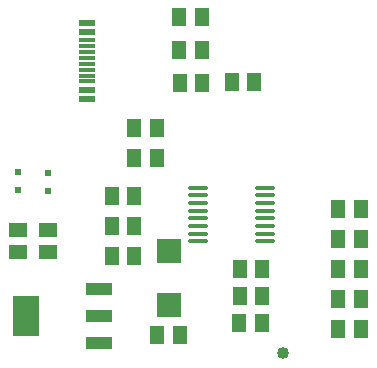
<source format=gtp>
G04*
G04 #@! TF.GenerationSoftware,Altium Limited,Altium Designer,22.0.2 (36)*
G04*
G04 Layer_Color=8421504*
%FSLAX25Y25*%
%MOIN*%
G70*
G04*
G04 #@! TF.SameCoordinates,6254A404-E27F-44A1-9D7E-EC7B5FB13BA1*
G04*
G04*
G04 #@! TF.FilePolarity,Positive*
G04*
G01*
G75*
%ADD13R,0.02362X0.02362*%
%ADD14R,0.05709X0.02362*%
%ADD15R,0.05709X0.01181*%
%ADD16R,0.05118X0.05906*%
%ADD17O,0.06817X0.01350*%
%ADD18C,0.04000*%
%ADD19R,0.05906X0.05118*%
%ADD20R,0.08661X0.13780*%
%ADD21R,0.08661X0.04331*%
%ADD22R,0.07874X0.07874*%
D13*
X17500Y65000D02*
D03*
Y59094D02*
D03*
X7500Y59547D02*
D03*
Y65453D02*
D03*
D14*
X30559Y115189D02*
D03*
Y112138D02*
D03*
Y92847D02*
D03*
Y89815D02*
D03*
D15*
Y109382D02*
D03*
X30557Y107413D02*
D03*
X30559Y105445D02*
D03*
Y103477D02*
D03*
Y101508D02*
D03*
Y99539D02*
D03*
Y97571D02*
D03*
Y95602D02*
D03*
D16*
X86240Y95500D02*
D03*
X78760D02*
D03*
X121740Y53000D02*
D03*
X114260D02*
D03*
X121740Y33000D02*
D03*
X114260D02*
D03*
X114310Y13000D02*
D03*
X121790D02*
D03*
X114310Y43000D02*
D03*
X121790D02*
D03*
X114260Y23000D02*
D03*
X121740D02*
D03*
X88740Y15000D02*
D03*
X81260D02*
D03*
X88950Y33000D02*
D03*
X81470D02*
D03*
X81520Y24000D02*
D03*
X89000D02*
D03*
X61260Y117000D02*
D03*
X68740D02*
D03*
X68980Y95000D02*
D03*
X61500D02*
D03*
X61480Y11000D02*
D03*
X54000D02*
D03*
X53740Y80000D02*
D03*
X46260D02*
D03*
X53740Y70000D02*
D03*
X46260D02*
D03*
X38760Y37500D02*
D03*
X46240D02*
D03*
Y57500D02*
D03*
X38760D02*
D03*
X46240Y47500D02*
D03*
X38760D02*
D03*
X61260Y106000D02*
D03*
X68740D02*
D03*
D17*
X67435Y60177D02*
D03*
Y57618D02*
D03*
Y55059D02*
D03*
Y52500D02*
D03*
Y49941D02*
D03*
Y47382D02*
D03*
Y44823D02*
D03*
Y42264D02*
D03*
X90000Y60177D02*
D03*
Y57618D02*
D03*
Y55059D02*
D03*
Y52500D02*
D03*
Y49941D02*
D03*
Y47382D02*
D03*
Y44823D02*
D03*
Y42264D02*
D03*
D18*
X96000Y5000D02*
D03*
D19*
X7500Y38760D02*
D03*
Y46240D02*
D03*
X17500Y38760D02*
D03*
Y46240D02*
D03*
D20*
X10300Y17500D02*
D03*
D21*
X34700Y26555D02*
D03*
Y17500D02*
D03*
Y8445D02*
D03*
D22*
X58000Y21000D02*
D03*
Y39110D02*
D03*
M02*

</source>
